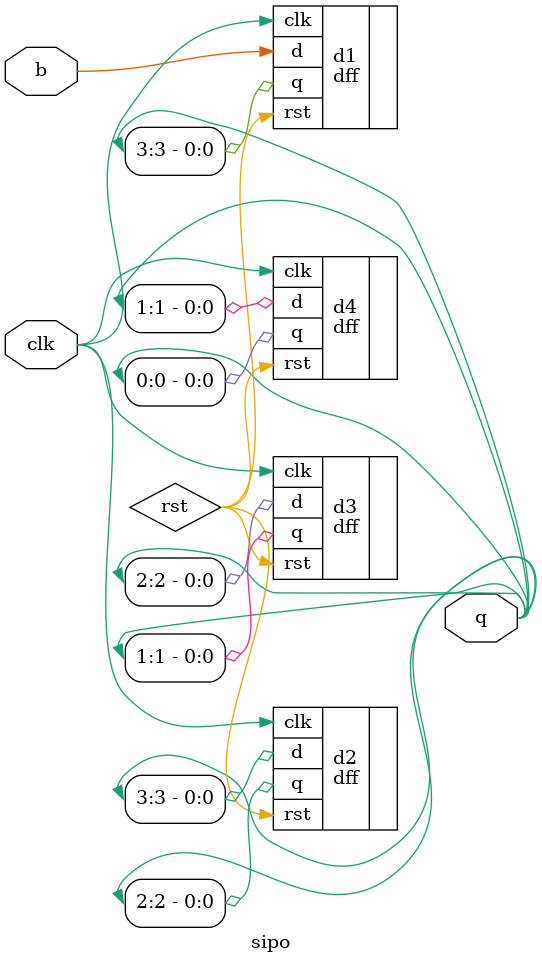
<source format=v>
`timescale 1ns / 1ps


module sipo(
    input clk,b,
    output [3:0]q
    );
    dff d1(.clk(clk),.d(b),.q(q[3]),.rst(rst));
    dff d2(.clk(clk),.d(q[3]),.q(q[2]),.rst(rst));
    dff d3(.clk(clk),.d(q[2]),.q(q[1]),.rst(rst));
    dff d4(.clk(clk),.d(q[1]),.q(q[0]),.rst(rst));
    
endmodule

</source>
